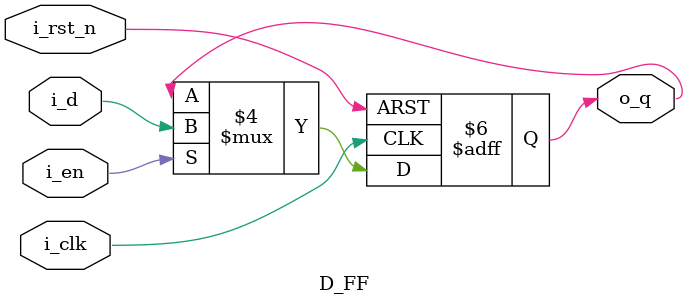
<source format=sv>
module D_FF (
    input  logic i_clk,
    input  logic i_rst_n,
    input  logic i_en,
    input  logic i_d,
    output logic o_q
);

always_ff @(posedge i_clk or negedge i_rst_n) begin
    if (!i_rst_n)
        o_q <= '0;
    else if (i_en)
        o_q <= i_d;
    else 
        o_q <= o_q;
end

endmodule

</source>
